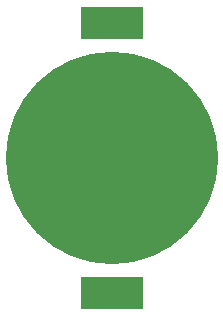
<source format=gbs>
G75*
%MOIN*%
%OFA0B0*%
%FSLAX25Y25*%
%IPPOS*%
%LPD*%
%AMOC8*
5,1,8,0,0,1.08239X$1,22.5*
%
%ADD10C,0.70800*%
%ADD11R,0.20800X0.10800*%
D10*
X0051600Y0051600D03*
D11*
X0051600Y0006600D03*
X0051600Y0096600D03*
M02*

</source>
